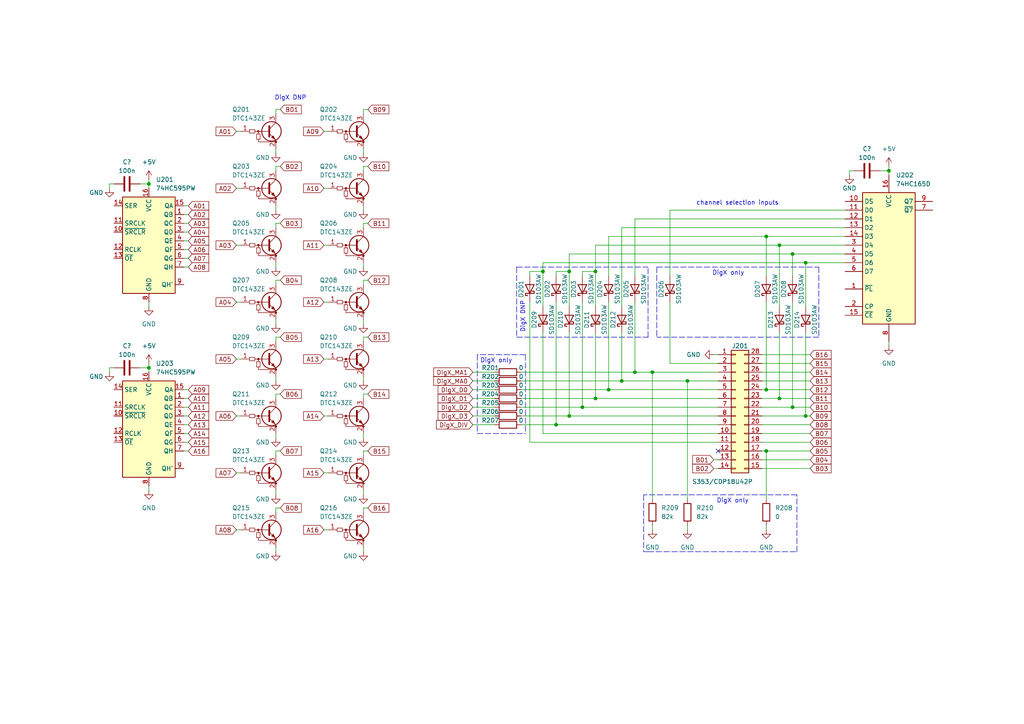
<source format=kicad_sch>
(kicad_sch (version 20211123) (generator eeschema)
  (paper "A4")
  (lib_symbols
    (symbol "74xx:74HC165"
      (property "Reference" "U" (at -7.62 19.05 0))
      (property "Value" "74HC165" (at -7.62 -21.59 0))
      (symbol "74HC165_1_0"
        (pin input line (at -12.7 -10.16 0) (length 5.08) (name "~{PL}") (number "1"))
        (pin input line (at -12.7 15.24 0) (length 5.08) (name "DS") (number "10"))
        (pin input line (at -12.7 12.7 0) (length 5.08) (name "D0") (number "11"))
        (pin input line (at -12.7 10.16 0) (length 5.08) (name "D1") (number "12"))
        (pin input line (at -12.7 7.62 0) (length 5.08) (name "D2") (number "13"))
        (pin input line (at -12.7 5.08 0) (length 5.08) (name "D3") (number "14"))
        (pin input line (at -12.7 -17.78 0) (length 5.08) (name "~{CE}") (number "15"))
        (pin power_in line (at 0 22.86 270) (length 5.08) (name "VCC") (number "16"))
        (pin input line (at -12.7 -15.24 0) (length 5.08) (name "CP") (number "2"))
        (pin input line (at -12.7 2.54 0) (length 5.08) (name "D4") (number "3"))
        (pin input line (at -12.7 0 0) (length 5.08) (name "D5") (number "4"))
        (pin input line (at -12.7 -2.54 0) (length 5.08) (name "D6") (number "5"))
        (pin input line (at -12.7 -5.08 0) (length 5.08) (name "D7") (number "6"))
        (pin output line (at 12.7 12.7 180) (length 5.08) (name "~{Q7}") (number "7"))
        (pin power_in line (at 0 -25.4 90) (length 5.08) (name "GND") (number "8"))
        (pin output line (at 12.7 15.24 180) (length 5.08) (name "Q7") (number "9"))
      )
      (symbol "74HC165_1_1"
        (rectangle (start -7.62 17.78) (end 7.62 -20.32) (stroke (width 0.254)) (fill (type background)))
      )
    )
    (symbol "74xx:74HC595"
      (property "Reference" "U" (at -7.62 13.97 0))
      (property "Value" "74HC595" (at -7.62 -16.51 0))
      (symbol "74HC595_1_0"
        (pin tri_state line (at 10.16 7.62 180) (length 2.54) (name "QB") (number "1"))
        (pin input line (at -10.16 2.54 0) (length 2.54) (name "~{SRCLR}") (number "10"))
        (pin input line (at -10.16 5.08 0) (length 2.54) (name "SRCLK") (number "11"))
        (pin input line (at -10.16 -2.54 0) (length 2.54) (name "RCLK") (number "12"))
        (pin input line (at -10.16 -5.08 0) (length 2.54) (name "~{OE}") (number "13"))
        (pin input line (at -10.16 10.16 0) (length 2.54) (name "SER") (number "14"))
        (pin tri_state line (at 10.16 10.16 180) (length 2.54) (name "QA") (number "15"))
        (pin power_in line (at 0 15.24 270) (length 2.54) (name "VCC") (number "16"))
        (pin tri_state line (at 10.16 5.08 180) (length 2.54) (name "QC") (number "2"))
        (pin tri_state line (at 10.16 2.54 180) (length 2.54) (name "QD") (number "3"))
        (pin tri_state line (at 10.16 0 180) (length 2.54) (name "QE") (number "4"))
        (pin tri_state line (at 10.16 -2.54 180) (length 2.54) (name "QF") (number "5"))
        (pin tri_state line (at 10.16 -5.08 180) (length 2.54) (name "QG") (number "6"))
        (pin tri_state line (at 10.16 -7.62 180) (length 2.54) (name "QH") (number "7"))
        (pin power_in line (at 0 -17.78 90) (length 2.54) (name "GND") (number "8"))
        (pin output line (at 10.16 -12.7 180) (length 2.54) (name "QH'") (number "9"))
      )
      (symbol "74HC595_1_1"
        (rectangle (start -7.62 12.7) (end 7.62 -15.24) (stroke (width 0.254)) (fill (type background)))
      )
    )
    (symbol "Connector_Generic:Conn_02x14_Counter_Clockwise" (pin_names (offset 1.016) hide)
      (property "Reference" "J" (at 1.27 17.78 0))
      (property "Value" "Conn_02x14_Counter_Clockwise" (at 1.27 -20.32 0))
      (symbol "Conn_02x14_Counter_Clockwise_1_1"
        (rectangle (start -1.27 -17.653) (end 0 -17.907) (stroke (width 0.1524)))
        (rectangle (start -1.27 -15.113) (end 0 -15.367) (stroke (width 0.1524)))
        (rectangle (start -1.27 -12.573) (end 0 -12.827) (stroke (width 0.1524)))
        (rectangle (start -1.27 -10.033) (end 0 -10.287) (stroke (width 0.1524)))
        (rectangle (start -1.27 -7.493) (end 0 -7.747) (stroke (width 0.1524)))
        (rectangle (start -1.27 -4.953) (end 0 -5.207) (stroke (width 0.1524)))
        (rectangle (start -1.27 -2.413) (end 0 -2.667) (stroke (width 0.1524)))
        (rectangle (start -1.27 0.127) (end 0 -0.127) (stroke (width 0.1524)))
        (rectangle (start -1.27 2.667) (end 0 2.413) (stroke (width 0.1524)))
        (rectangle (start -1.27 5.207) (end 0 4.953) (stroke (width 0.1524)))
        (rectangle (start -1.27 7.747) (end 0 7.493) (stroke (width 0.1524)))
        (rectangle (start -1.27 10.287) (end 0 10.033) (stroke (width 0.1524)))
        (rectangle (start -1.27 12.827) (end 0 12.573) (stroke (width 0.1524)))
        (rectangle (start -1.27 15.367) (end 0 15.113) (stroke (width 0.1524)))
        (rectangle (start -1.27 16.51) (end 3.81 -19.05) (stroke (width 0.254)) (fill (type background)))
        (rectangle (start 3.81 -17.653) (end 2.54 -17.907) (stroke (width 0.1524)))
        (rectangle (start 3.81 -15.113) (end 2.54 -15.367) (stroke (width 0.1524)))
        (rectangle (start 3.81 -12.573) (end 2.54 -12.827) (stroke (width 0.1524)))
        (rectangle (start 3.81 -10.033) (end 2.54 -10.287) (stroke (width 0.1524)))
        (rectangle (start 3.81 -7.493) (end 2.54 -7.747) (stroke (width 0.1524)))
        (rectangle (start 3.81 -4.953) (end 2.54 -5.207) (stroke (width 0.1524)))
        (rectangle (start 3.81 -2.413) (end 2.54 -2.667) (stroke (width 0.1524)))
        (rectangle (start 3.81 0.127) (end 2.54 -0.127) (stroke (width 0.1524)))
        (rectangle (start 3.81 2.667) (end 2.54 2.413) (stroke (width 0.1524)))
        (rectangle (start 3.81 5.207) (end 2.54 4.953) (stroke (width 0.1524)))
        (rectangle (start 3.81 7.747) (end 2.54 7.493) (stroke (width 0.1524)))
        (rectangle (start 3.81 10.287) (end 2.54 10.033) (stroke (width 0.1524)))
        (rectangle (start 3.81 12.827) (end 2.54 12.573) (stroke (width 0.1524)))
        (rectangle (start 3.81 15.367) (end 2.54 15.113) (stroke (width 0.1524)))
        (pin passive line (at -5.08 15.24 0) (length 3.81) (name "Pin_1") (number "1"))
        (pin passive line (at -5.08 -7.62 0) (length 3.81) (name "Pin_10") (number "10"))
        (pin passive line (at -5.08 -10.16 0) (length 3.81) (name "Pin_11") (number "11"))
        (pin passive line (at -5.08 -12.7 0) (length 3.81) (name "Pin_12") (number "12"))
        (pin passive line (at -5.08 -15.24 0) (length 3.81) (name "Pin_13") (number "13"))
        (pin passive line (at -5.08 -17.78 0) (length 3.81) (name "Pin_14") (number "14"))
        (pin passive line (at 7.62 -17.78 180) (length 3.81) (name "Pin_15") (number "15"))
        (pin passive line (at 7.62 -15.24 180) (length 3.81) (name "Pin_16") (number "16"))
        (pin passive line (at 7.62 -12.7 180) (length 3.81) (name "Pin_17") (number "17"))
        (pin passive line (at 7.62 -10.16 180) (length 3.81) (name "Pin_18") (number "18"))
        (pin passive line (at 7.62 -7.62 180) (length 3.81) (name "Pin_19") (number "19"))
        (pin passive line (at -5.08 12.7 0) (length 3.81) (name "Pin_2") (number "2"))
        (pin passive line (at 7.62 -5.08 180) (length 3.81) (name "Pin_20") (number "20"))
        (pin passive line (at 7.62 -2.54 180) (length 3.81) (name "Pin_21") (number "21"))
        (pin passive line (at 7.62 0 180) (length 3.81) (name "Pin_22") (number "22"))
        (pin passive line (at 7.62 2.54 180) (length 3.81) (name "Pin_23") (number "23"))
        (pin passive line (at 7.62 5.08 180) (length 3.81) (name "Pin_24") (number "24"))
        (pin passive line (at 7.62 7.62 180) (length 3.81) (name "Pin_25") (number "25"))
        (pin passive line (at 7.62 10.16 180) (length 3.81) (name "Pin_26") (number "26"))
        (pin passive line (at 7.62 12.7 180) (length 3.81) (name "Pin_27") (number "27"))
        (pin passive line (at 7.62 15.24 180) (length 3.81) (name "Pin_28") (number "28"))
        (pin passive line (at -5.08 10.16 0) (length 3.81) (name "Pin_3") (number "3"))
        (pin passive line (at -5.08 7.62 0) (length 3.81) (name "Pin_4") (number "4"))
        (pin passive line (at -5.08 5.08 0) (length 3.81) (name "Pin_5") (number "5"))
        (pin passive line (at -5.08 2.54 0) (length 3.81) (name "Pin_6") (number "6"))
        (pin passive line (at -5.08 0 0) (length 3.81) (name "Pin_7") (number "7"))
        (pin passive line (at -5.08 -2.54 0) (length 3.81) (name "Pin_8") (number "8"))
        (pin passive line (at -5.08 -5.08 0) (length 3.81) (name "Pin_9") (number "9"))
      )
    )
    (symbol "Device:C" (pin_numbers hide) (pin_names (offset 0.254))
      (property "Reference" "C" (at 0.635 2.54 0))
      (property "Value" "C" (at 0.635 -2.54 0))
      (symbol "C_0_1"
        (polyline (pts (xy -2.032 -0.762) (xy 2.032 -0.762)) (stroke (width 0.508)))
        (polyline (pts (xy -2.032 0.762) (xy 2.032 0.762)) (stroke (width 0.508)))
      )
      (symbol "C_1_1"
        (pin passive line (at 0 3.81 270) (length 2.794) (name "~") (number "1"))
        (pin passive line (at 0 -3.81 90) (length 2.794) (name "~") (number "2"))
      )
    )
    (symbol "Device:D_Schottky" (pin_numbers hide) (pin_names (offset 1.016) hide)
      (property "Reference" "D" (at 0 2.54 0))
      (property "Value" "D_Schottky" (at 0 -2.54 0))
      (symbol "D_Schottky_0_1"
        (polyline (pts (xy 1.27 0) (xy -1.27 0)))
        (polyline (pts (xy 1.27 1.27) (xy 1.27 -1.27) (xy -1.27 0) (xy 1.27 1.27)) (stroke (width 0.254)))
        (polyline (pts (xy -1.905 0.635) (xy -1.905 1.27) (xy -1.27 1.27) (xy -1.27 -1.27) (xy -0.635 -1.27) (xy -0.635 -0.635)) (stroke (width 0.254)))
      )
      (symbol "D_Schottky_1_1"
        (pin passive line (at -3.81 0 0) (length 2.54) (name "K") (number "1"))
        (pin passive line (at 3.81 0 180) (length 2.54) (name "A") (number "2"))
      )
    )
    (symbol "Device:Q_NPN_BEC_BRT" (pin_names hide)
      (property "Reference" "Q" (at 3.81 1.27 0))
      (property "Value" "Q_NPN_BEC_BRT" (at 3.81 -1.27 0))
      (symbol "Q_NPN_BEC_BRT_0_1"
        (rectangle (start -6.35 0.508) (end -4.826 -0.508))
        (rectangle (start -4.318 -2.286) (end -3.302 -0.762))
        (circle (center -3.81 0) (radius 0.254) (fill (type outline)))
        (polyline (pts (xy -3.81 -0.762) (xy -3.81 0)))
        (polyline (pts (xy -0.762 0) (xy -4.826 0)))
        (polyline (pts (xy -0.635 1.524) (xy -0.635 -1.524)) (stroke (width 0.508)))
        (polyline (pts (xy -3.81 -2.286) (xy -3.81 -3.048) (xy 1.27 -3.048)))
        (circle (center 1.27 -3.048) (radius 0.254) (fill (type outline)))
      )
      (symbol "Q_NPN_BEC_BRT_1_1"
        (polyline (pts (xy -0.635 0.635) (xy 1.27 2.54)))
        (polyline (pts (xy -0.635 -0.635) (xy 1.27 -2.54) (xy 1.27 -2.54)))
        (polyline (pts (xy 0 -1.778) (xy 0.508 -1.27) (xy 1.016 -2.286) (xy 0 -1.778) (xy 0 -1.778)) (fill (type outline)))
        (circle (center 0 0) (radius 2.8194) (stroke (width 0.254)))
        (pin input line (at -8.89 0 0) (length 2.54) (name "B") (number "1"))
        (pin passive line (at 1.27 -5.08 90) (length 2.54) (name "E") (number "2"))
        (pin passive line (at 1.27 5.08 270) (length 2.54) (name "C") (number "3"))
      )
    )
    (symbol "Device:R" (pin_numbers hide) (pin_names (offset 0))
      (property "Reference" "R" (at 2.032 0 90))
      (property "Value" "R" (at 0 0 90))
      (symbol "R_0_1"
        (rectangle (start -1.016 -2.54) (end 1.016 2.54) (stroke (width 0.254)))
      )
      (symbol "R_1_1"
        (pin passive line (at 0 3.81 270) (length 1.27) (name "~") (number "1"))
        (pin passive line (at 0 -3.81 90) (length 1.27) (name "~") (number "2"))
      )
    )
    (symbol "power:+5V" (power) (pin_names (offset 0))
      (property "Value" "+5V" (at 0 3.556 0))
      (symbol "+5V_0_1"
        (polyline (pts (xy -0.762 1.27) (xy 0 2.54)))
        (polyline (pts (xy 0 0) (xy 0 2.54)))
        (polyline (pts (xy 0 2.54) (xy 0.762 1.27)))
      )
      (symbol "+5V_1_1"
        (pin power_in line (at 0 0 90) (length 0) hide (name "+5V") (number "1"))
      )
    )
    (symbol "power:GND" (power) (pin_names (offset 0))
      (property "Value" "GND" (at 0 -3.81 0))
      (symbol "GND_0_1"
        (polyline (pts (xy 0 0) (xy 0 -1.27) (xy 1.27 -1.27) (xy 0 -2.54) (xy -1.27 -1.27) (xy 0 -1.27)))
      )
      (symbol "GND_1_1"
        (pin power_in line (at 0 0 270) (length 0) hide (name "GND") (number "1"))
      )
    )
  )
  (junction (at 157.48 78.74))
  (junction (at 184.15 107.95))
  (junction (at 199.39 110.49))
  (junction (at 222.25 130.81))
  (junction (at 233.68 76.2))
  (junction (at 233.68 120.65))
  (junction (at 226.06 115.57))
  (junction (at 165.1 78.74))
  (junction (at 172.72 115.57))
  (junction (at 229.87 73.66))
  (junction (at 229.87 118.11))
  (junction (at 43.18 106.68))
  (junction (at 226.06 71.12))
  (junction (at 43.18 53.34))
  (junction (at 172.72 78.74))
  (junction (at 222.25 68.58))
  (junction (at 168.91 118.11))
  (junction (at 161.29 123.19))
  (junction (at 165.1 120.65))
  (junction (at 180.34 110.49))
  (junction (at 222.25 113.03))
  (junction (at 257.81 49.53))
  (junction (at 176.53 113.03))
  (junction (at 189.23 107.95))
  (no_connect (at 208.28 130.81))
  (wire (pts (xy 226.06 115.57) (xy 234.95 115.57)))
  (wire (pts (xy 233.68 120.65) (xy 233.68 96.52)))
  (polyline (pts (xy 149.86 97.79) (xy 187.96 97.79)))
  (wire (pts (xy 151.13 107.95) (xy 184.15 107.95)))
  (polyline (pts (xy 231.14 160.02) (xy 231.14 143.51)))
  (wire (pts (xy 255.27 49.53) (xy 257.81 49.53)))
  (wire (pts (xy 40.64 53.34) (xy 43.18 53.34)))
  (wire (pts (xy 165.1 73.66) (xy 229.87 73.66)))
  (wire (pts (xy 165.1 96.52) (xy 165.1 120.65)))
  (wire (pts (xy 81.28 31.75) (xy 80.01 31.75)))
  (polyline (pts (xy 152.4 102.87) (xy 138.43 102.87)))
  (wire (pts (xy 105.41 130.81) (xy 105.41 132.08)))
  (polyline (pts (xy 186.69 143.51) (xy 186.69 160.02)))
  (wire (pts (xy 54.61 77.47) (xy 53.34 77.47)))
  (wire (pts (xy 180.34 110.49) (xy 199.39 110.49)))
  (wire (pts (xy 137.16 115.57) (xy 143.51 115.57)))
  (wire (pts (xy 233.68 76.2) (xy 233.68 88.9)))
  (wire (pts (xy 54.61 62.23) (xy 53.34 62.23)))
  (wire (pts (xy 93.98 104.14) (xy 95.25 104.14)))
  (wire (pts (xy 93.98 153.67) (xy 95.25 153.67)))
  (wire (pts (xy 105.41 43.18) (xy 105.41 44.45)))
  (wire (pts (xy 168.91 80.01) (xy 168.91 78.74)))
  (wire (pts (xy 81.28 81.28) (xy 80.01 81.28)))
  (wire (pts (xy 43.18 105.41) (xy 43.18 106.68)))
  (wire (pts (xy 43.18 106.68) (xy 43.18 107.95)))
  (wire (pts (xy 172.72 78.74) (xy 172.72 88.9)))
  (wire (pts (xy 54.61 74.93) (xy 53.34 74.93)))
  (wire (pts (xy 151.13 110.49) (xy 180.34 110.49)))
  (wire (pts (xy 176.53 87.63) (xy 176.53 113.03)))
  (wire (pts (xy 81.28 114.3) (xy 80.01 114.3)))
  (wire (pts (xy 176.53 68.58) (xy 176.53 80.01)))
  (wire (pts (xy 54.61 128.27) (xy 53.34 128.27)))
  (polyline (pts (xy 187.96 97.79) (xy 187.96 77.47)))
  (wire (pts (xy 54.61 115.57) (xy 53.34 115.57)))
  (wire (pts (xy 68.58 153.67) (xy 69.85 153.67)))
  (wire (pts (xy 220.98 110.49) (xy 234.95 110.49)))
  (wire (pts (xy 54.61 113.03) (xy 53.34 113.03)))
  (polyline (pts (xy 190.5 77.47) (xy 237.49 77.47)))
  (wire (pts (xy 172.72 115.57) (xy 208.28 115.57)))
  (wire (pts (xy 207.01 133.35) (xy 208.28 133.35)))
  (wire (pts (xy 81.28 130.81) (xy 80.01 130.81)))
  (wire (pts (xy 93.98 71.12) (xy 95.25 71.12)))
  (wire (pts (xy 106.68 64.77) (xy 105.41 64.77)))
  (wire (pts (xy 168.91 118.11) (xy 208.28 118.11)))
  (wire (pts (xy 220.98 105.41) (xy 234.95 105.41)))
  (wire (pts (xy 106.68 97.79) (xy 105.41 97.79)))
  (wire (pts (xy 153.67 78.74) (xy 153.67 80.01)))
  (wire (pts (xy 222.25 152.4) (xy 222.25 153.67)))
  (wire (pts (xy 54.61 123.19) (xy 53.34 123.19)))
  (wire (pts (xy 43.18 53.34) (xy 43.18 54.61)))
  (wire (pts (xy 180.34 66.04) (xy 180.34 88.9)))
  (wire (pts (xy 151.1251 123.19) (xy 161.29 123.19)))
  (wire (pts (xy 106.68 48.26) (xy 105.41 48.26)))
  (wire (pts (xy 106.68 81.28) (xy 105.41 81.28)))
  (wire (pts (xy 229.87 73.66) (xy 229.87 80.01)))
  (wire (pts (xy 105.41 81.28) (xy 105.41 82.55)))
  (wire (pts (xy 105.41 158.75) (xy 105.41 160.02)))
  (wire (pts (xy 106.68 31.75) (xy 105.41 31.75)))
  (wire (pts (xy 172.72 96.52) (xy 172.72 115.57)))
  (wire (pts (xy 105.41 64.77) (xy 105.41 66.04)))
  (wire (pts (xy 105.41 48.26) (xy 105.41 49.53)))
  (wire (pts (xy 33.02 53.34) (xy 31.75 53.34)))
  (wire (pts (xy 43.18 87.63) (xy 43.18 88.9)))
  (polyline (pts (xy 190.5 77.47) (xy 190.5 97.79)))
  (wire (pts (xy 105.41 114.3) (xy 105.41 115.57)))
  (wire (pts (xy 137.16 118.11) (xy 143.51 118.11)))
  (wire (pts (xy 184.15 63.5) (xy 184.15 80.01)))
  (wire (pts (xy 245.11 73.66) (xy 229.87 73.66)))
  (wire (pts (xy 245.11 71.12) (xy 226.06 71.12)))
  (wire (pts (xy 54.61 125.73) (xy 53.34 125.73)))
  (wire (pts (xy 31.75 106.68) (xy 31.75 107.95)))
  (wire (pts (xy 245.11 76.2) (xy 233.68 76.2)))
  (wire (pts (xy 40.64 106.68) (xy 43.18 106.68)))
  (wire (pts (xy 247.65 49.53) (xy 246.38 49.53)))
  (wire (pts (xy 184.15 63.5) (xy 245.11 63.5)))
  (wire (pts (xy 222.25 130.81) (xy 222.25 144.78)))
  (wire (pts (xy 157.48 125.73) (xy 208.28 125.73)))
  (wire (pts (xy 80.01 81.28) (xy 80.01 82.55)))
  (wire (pts (xy 229.87 118.11) (xy 234.95 118.11)))
  (wire (pts (xy 157.48 96.52) (xy 157.48 125.73)))
  (wire (pts (xy 151.13 115.57) (xy 172.72 115.57)))
  (wire (pts (xy 222.25 113.03) (xy 234.95 113.03)))
  (polyline (pts (xy 149.86 77.47) (xy 149.86 97.79)))
  (wire (pts (xy 199.39 152.4) (xy 199.39 153.67)))
  (wire (pts (xy 257.81 48.26) (xy 257.81 49.53)))
  (wire (pts (xy 220.98 118.11) (xy 229.87 118.11)))
  (wire (pts (xy 220.98 130.81) (xy 222.25 130.81)))
  (wire (pts (xy 207.01 135.89) (xy 208.28 135.89)))
  (wire (pts (xy 105.41 109.22) (xy 105.41 110.49)))
  (wire (pts (xy 222.25 130.81) (xy 234.95 130.81)))
  (wire (pts (xy 226.06 115.57) (xy 226.06 96.52)))
  (wire (pts (xy 54.61 69.85) (xy 53.34 69.85)))
  (wire (pts (xy 245.11 68.58) (xy 222.25 68.58)))
  (wire (pts (xy 165.1 120.65) (xy 208.28 120.65)))
  (wire (pts (xy 151.13 118.11) (xy 168.91 118.11)))
  (wire (pts (xy 184.15 107.95) (xy 184.15 87.63)))
  (wire (pts (xy 180.34 66.04) (xy 245.11 66.04)))
  (wire (pts (xy 54.61 64.77) (xy 53.34 64.77)))
  (wire (pts (xy 151.1251 120.65) (xy 165.1 120.65)))
  (wire (pts (xy 80.01 92.71) (xy 80.01 93.98)))
  (wire (pts (xy 68.58 137.16) (xy 69.85 137.16)))
  (polyline (pts (xy 138.43 102.87) (xy 138.43 125.73)))
  (wire (pts (xy 80.01 130.81) (xy 80.01 132.08)))
  (wire (pts (xy 172.72 71.12) (xy 172.72 78.74)))
  (wire (pts (xy 157.48 78.74) (xy 153.67 78.74)))
  (wire (pts (xy 220.98 115.57) (xy 226.06 115.57)))
  (wire (pts (xy 54.61 67.31) (xy 53.34 67.31)))
  (wire (pts (xy 137.16 107.95) (xy 143.51 107.95)))
  (wire (pts (xy 176.53 113.03) (xy 208.28 113.03)))
  (wire (pts (xy 207.01 102.87) (xy 208.28 102.87)))
  (wire (pts (xy 33.02 106.68) (xy 31.75 106.68)))
  (wire (pts (xy 68.58 54.61) (xy 69.85 54.61)))
  (wire (pts (xy 194.31 60.96) (xy 194.31 80.01)))
  (wire (pts (xy 54.61 59.69) (xy 53.34 59.69)))
  (wire (pts (xy 68.58 104.14) (xy 69.85 104.14)))
  (polyline (pts (xy 149.86 77.47) (xy 187.96 77.47)))
  (wire (pts (xy 199.39 110.49) (xy 208.28 110.49)))
  (wire (pts (xy 80.01 64.77) (xy 80.01 66.04)))
  (wire (pts (xy 93.98 38.1) (xy 95.25 38.1)))
  (wire (pts (xy 80.01 97.79) (xy 80.01 99.06)))
  (wire (pts (xy 68.58 87.63) (xy 69.85 87.63)))
  (polyline (pts (xy 237.49 97.79) (xy 190.5 97.79)))
  (polyline (pts (xy 237.49 77.47) (xy 237.49 97.79)))
  (wire (pts (xy 80.01 114.3) (xy 80.01 115.57)))
  (wire (pts (xy 106.68 114.3) (xy 105.41 114.3)))
  (wire (pts (xy 189.23 107.95) (xy 208.28 107.95)))
  (wire (pts (xy 80.01 31.75) (xy 80.01 33.02)))
  (wire (pts (xy 68.58 120.65) (xy 69.85 120.65)))
  (wire (pts (xy 161.29 78.74) (xy 165.1 78.74)))
  (wire (pts (xy 176.53 68.58) (xy 222.25 68.58)))
  (wire (pts (xy 137.16 120.65) (xy 143.5051 120.65)))
  (wire (pts (xy 184.15 107.95) (xy 189.23 107.95)))
  (polyline (pts (xy 186.69 160.02) (xy 187.96 160.02)))
  (wire (pts (xy 220.98 128.27) (xy 234.95 128.27)))
  (wire (pts (xy 220.98 135.89) (xy 234.95 135.89)))
  (polyline (pts (xy 152.4 102.87) (xy 152.4 125.73)))
  (wire (pts (xy 199.39 110.49) (xy 199.39 144.78)))
  (wire (pts (xy 153.67 128.27) (xy 153.67 87.63)))
  (wire (pts (xy 31.75 53.34) (xy 31.75 54.61)))
  (wire (pts (xy 81.28 97.79) (xy 80.01 97.79)))
  (wire (pts (xy 105.41 59.69) (xy 105.41 60.96)))
  (wire (pts (xy 106.68 147.32) (xy 105.41 147.32)))
  (wire (pts (xy 257.81 49.53) (xy 257.81 50.8)))
  (wire (pts (xy 80.01 142.24) (xy 80.01 143.51)))
  (wire (pts (xy 194.31 105.41) (xy 194.31 87.63)))
  (wire (pts (xy 161.29 80.01) (xy 161.29 78.74)))
  (wire (pts (xy 54.61 120.65) (xy 53.34 120.65)))
  (wire (pts (xy 80.01 59.69) (xy 80.01 60.96)))
  (wire (pts (xy 80.01 48.26) (xy 80.01 49.53)))
  (wire (pts (xy 222.25 68.58) (xy 222.25 80.01)))
  (wire (pts (xy 157.48 88.9) (xy 157.48 78.74)))
  (wire (pts (xy 105.41 31.75) (xy 105.41 33.02)))
  (wire (pts (xy 80.01 125.73) (xy 80.01 127)))
  (wire (pts (xy 157.48 76.2) (xy 233.68 76.2)))
  (wire (pts (xy 81.28 64.77) (xy 80.01 64.77)))
  (wire (pts (xy 93.98 54.61) (xy 95.25 54.61)))
  (wire (pts (xy 80.01 109.22) (xy 80.01 110.49)))
  (wire (pts (xy 68.58 38.1) (xy 69.85 38.1)))
  (wire (pts (xy 168.91 87.63) (xy 168.91 118.11)))
  (wire (pts (xy 233.68 120.65) (xy 234.95 120.65)))
  (wire (pts (xy 106.68 130.81) (xy 105.41 130.81)))
  (wire (pts (xy 222.25 113.03) (xy 222.25 87.63)))
  (wire (pts (xy 54.61 118.11) (xy 53.34 118.11)))
  (wire (pts (xy 220.98 120.65) (xy 233.68 120.65)))
  (wire (pts (xy 81.28 48.26) (xy 80.01 48.26)))
  (wire (pts (xy 137.16 110.49) (xy 143.51 110.49)))
  (polyline (pts (xy 138.43 125.73) (xy 152.4 125.73)))
  (wire (pts (xy 172.72 71.12) (xy 226.06 71.12)))
  (wire (pts (xy 257.81 99.06) (xy 257.81 100.33)))
  (wire (pts (xy 105.41 142.24) (xy 105.41 143.51)))
  (polyline (pts (xy 187.96 160.02) (xy 231.14 160.02)))
  (polyline (pts (xy 231.14 143.51) (xy 186.69 143.51)))
  (wire (pts (xy 161.29 87.63) (xy 161.29 123.19)))
  (wire (pts (xy 93.98 87.63) (xy 95.25 87.63)))
  (wire (pts (xy 226.06 71.12) (xy 226.06 88.9)))
  (wire (pts (xy 54.61 72.39) (xy 53.34 72.39)))
  (wire (pts (xy 81.28 147.32) (xy 80.01 147.32)))
  (wire (pts (xy 137.16 113.03) (xy 143.51 113.03)))
  (wire (pts (xy 105.41 125.73) (xy 105.41 127)))
  (wire (pts (xy 105.41 76.2) (xy 105.41 77.47)))
  (wire (pts (xy 151.13 113.03) (xy 176.53 113.03)))
  (wire (pts (xy 54.61 130.81) (xy 53.34 130.81)))
  (wire (pts (xy 168.91 78.74) (xy 172.72 78.74)))
  (wire (pts (xy 105.41 92.71) (xy 105.41 93.98)))
  (wire (pts (xy 180.34 96.52) (xy 180.34 110.49)))
  (wire (pts (xy 105.41 147.32) (xy 105.41 148.59)))
  (wire (pts (xy 220.98 113.03) (xy 222.25 113.03)))
  (wire (pts (xy 105.41 97.79) (xy 105.41 99.06)))
  (wire (pts (xy 208.28 105.41) (xy 194.31 105.41)))
  (wire (pts (xy 229.87 118.11) (xy 229.87 87.63)))
  (wire (pts (xy 189.23 152.4) (xy 189.23 153.67)))
  (wire (pts (xy 189.23 107.95) (xy 189.23 144.78)))
  (wire (pts (xy 165.1 73.66) (xy 165.1 78.74)))
  (wire (pts (xy 220.98 123.19) (xy 234.95 123.19)))
  (wire (pts (xy 93.98 120.65) (xy 95.25 120.65)))
  (wire (pts (xy 165.1 78.74) (xy 165.1 88.9)))
  (wire (pts (xy 153.67 128.27) (xy 208.28 128.27)))
  (wire (pts (xy 157.48 76.2) (xy 157.48 78.74)))
  (wire (pts (xy 246.38 49.53) (xy 246.38 50.8)))
  (wire (pts (xy 43.18 140.97) (xy 43.18 142.24)))
  (wire (pts (xy 80.01 43.18) (xy 80.01 44.45)))
  (wire (pts (xy 161.29 123.19) (xy 208.28 123.19)))
  (wire (pts (xy 80.01 76.2) (xy 80.01 77.47)))
  (wire (pts (xy 80.01 147.32) (xy 80.01 148.59)))
  (wire (pts (xy 220.98 125.73) (xy 234.95 125.73)))
  (wire (pts (xy 80.01 158.75) (xy 80.01 160.02)))
  (wire (pts (xy 93.98 137.16) (xy 95.25 137.16)))
  (wire (pts (xy 220.98 107.95) (xy 234.95 107.95)))
  (wire (pts (xy 220.98 102.87) (xy 234.95 102.87)))
  (wire (pts (xy 68.58 71.12) (xy 69.85 71.12)))
  (wire (pts (xy 194.31 60.96) (xy 245.11 60.96)))
  (wire (pts (xy 220.98 133.35) (xy 234.95 133.35)))
  (wire (pts (xy 43.18 52.07) (xy 43.18 53.34)))
  (wire (pts (xy 137.16 123.19) (xy 143.5051 123.19)))
  (text "DigX only" (at 215.9 80.01 180) (effects (font (size 1.27 1.27)) (justify right bottom)))
  (text "DigX DNP" (at 88.9 29.21 180) (effects (font (size 1.27 1.27)) (justify right bottom)))
  (text "DigX only" (at 148.59 105.41 180) (effects (font (size 1.27 1.27)) (justify right bottom)))
  (text "DigX only" (at 217.17 146.05 180) (effects (font (size 1.27 1.27)) (justify right bottom)))
  (text "DigX DNP" (at 152.4 96.52 90) (effects (font (size 1.27 1.27)) (justify left bottom)))
  (text "channel selection inputs" (at 201.93 59.69 0) (effects (font (size 1.27 1.27)) (justify left bottom)))
  (global_label "B12" (shape input) (at 234.95 113.03 0) (property "Intersheet References" "${INTERSHEET_REFS}" (effects hide)))
  (global_label "A07" (shape input) (at 54.61 74.93 0) (property "Intersheet References" "${INTERSHEET_REFS}" (effects hide)))
  (global_label "DigX_D1" (shape input) (at 137.16 115.57 180) (property "Intersheet References" "${INTERSHEET_REFS}" (effects hide)))
  (global_label "B07" (shape input) (at 234.95 125.73 0) (property "Intersheet References" "${INTERSHEET_REFS}" (effects hide)))
  (global_label "B07" (shape input) (at 81.28 130.81 0) (property "Intersheet References" "${INTERSHEET_REFS}" (effects hide)))
  (global_label "B13" (shape input) (at 234.95 110.49 0) (property "Intersheet References" "${INTERSHEET_REFS}" (effects hide)))
  (global_label "DigX_D2" (shape input) (at 137.16 118.11 180) (property "Intersheet References" "${INTERSHEET_REFS}" (effects hide)))
  (global_label "B16" (shape input) (at 106.68 147.32 0) (property "Intersheet References" "${INTERSHEET_REFS}" (effects hide)))
  (global_label "B14" (shape input) (at 234.95 107.95 0) (property "Intersheet References" "${INTERSHEET_REFS}" (effects hide)))
  (global_label "A07" (shape input) (at 68.58 137.16 180) (property "Intersheet References" "${INTERSHEET_REFS}" (effects hide)))
  (global_label "A05" (shape input) (at 54.61 69.85 0) (property "Intersheet References" "${INTERSHEET_REFS}" (effects hide)))
  (global_label "B11" (shape input) (at 106.68 64.77 0) (property "Intersheet References" "${INTERSHEET_REFS}" (effects hide)))
  (global_label "B12" (shape input) (at 106.68 81.28 0) (property "Intersheet References" "${INTERSHEET_REFS}" (effects hide)))
  (global_label "A08" (shape input) (at 68.58 153.67 180) (property "Intersheet References" "${INTERSHEET_REFS}" (effects hide)))
  (global_label "A12" (shape input) (at 54.61 120.65 0) (property "Intersheet References" "${INTERSHEET_REFS}" (effects hide)))
  (global_label "B03" (shape input) (at 81.28 64.77 0) (property "Intersheet References" "${INTERSHEET_REFS}" (effects hide)))
  (global_label "A03" (shape input) (at 54.61 64.77 0) (property "Intersheet References" "${INTERSHEET_REFS}" (effects hide)))
  (global_label "A14" (shape input) (at 54.61 125.73 0) (property "Intersheet References" "${INTERSHEET_REFS}" (effects hide)))
  (global_label "B11" (shape input) (at 234.95 115.57 0) (property "Intersheet References" "${INTERSHEET_REFS}" (effects hide)))
  (global_label "B02" (shape input) (at 81.28 48.26 0) (property "Intersheet References" "${INTERSHEET_REFS}" (effects hide)))
  (global_label "B10" (shape input) (at 234.95 118.11 0) (property "Intersheet References" "${INTERSHEET_REFS}" (effects hide)))
  (global_label "B10" (shape input) (at 106.68 48.26 0) (property "Intersheet References" "${INTERSHEET_REFS}" (effects hide)))
  (global_label "B08" (shape input) (at 81.28 147.32 0) (property "Intersheet References" "${INTERSHEET_REFS}" (effects hide)))
  (global_label "B13" (shape input) (at 106.68 97.79 0) (property "Intersheet References" "${INTERSHEET_REFS}" (effects hide)))
  (global_label "A06" (shape input) (at 54.61 72.39 0) (property "Intersheet References" "${INTERSHEET_REFS}" (effects hide)))
  (global_label "A08" (shape input) (at 54.61 77.47 0) (property "Intersheet References" "${INTERSHEET_REFS}" (effects hide)))
  (global_label "A10" (shape input) (at 54.61 115.57 0) (property "Intersheet References" "${INTERSHEET_REFS}" (effects hide)))
  (global_label "B06" (shape input) (at 81.28 114.3 0) (property "Intersheet References" "${INTERSHEET_REFS}" (effects hide)))
  (global_label "B01" (shape input) (at 207.01 133.35 180) (property "Intersheet References" "${INTERSHEET_REFS}" (effects hide)))
  (global_label "A06" (shape input) (at 68.58 120.65 180) (property "Intersheet References" "${INTERSHEET_REFS}" (effects hide)))
  (global_label "A12" (shape input) (at 93.98 87.63 180) (property "Intersheet References" "${INTERSHEET_REFS}" (effects hide)))
  (global_label "DigX_MA1" (shape input) (at 137.16 107.95 180) (property "Intersheet References" "${INTERSHEET_REFS}" (effects hide)))
  (global_label "B03" (shape input) (at 234.95 135.89 0) (property "Intersheet References" "${INTERSHEET_REFS}" (effects hide)))
  (global_label "A15" (shape input) (at 54.61 128.27 0) (property "Intersheet References" "${INTERSHEET_REFS}" (effects hide)))
  (global_label "A14" (shape input) (at 93.98 120.65 180) (property "Intersheet References" "${INTERSHEET_REFS}" (effects hide)))
  (global_label "DigX_D3" (shape input) (at 137.16 120.65 180) (property "Intersheet References" "${INTERSHEET_REFS}" (effects hide)))
  (global_label "B16" (shape input) (at 234.95 102.87 0) (property "Intersheet References" "${INTERSHEET_REFS}" (effects hide)))
  (global_label "B09" (shape input) (at 234.95 120.65 0) (property "Intersheet References" "${INTERSHEET_REFS}" (effects hide)))
  (global_label "A01" (shape input) (at 68.58 38.1 180) (property "Intersheet References" "${INTERSHEET_REFS}" (effects hide)))
  (global_label "A01" (shape input) (at 54.61 59.69 0) (property "Intersheet References" "${INTERSHEET_REFS}" (effects hide)))
  (global_label "B02" (shape input) (at 207.01 135.89 180) (property "Intersheet References" "${INTERSHEET_REFS}" (effects hide)))
  (global_label "A02" (shape input) (at 68.58 54.61 180) (property "Intersheet References" "${INTERSHEET_REFS}" (effects hide)))
  (global_label "A15" (shape input) (at 93.98 137.16 180) (property "Intersheet References" "${INTERSHEET_REFS}" (effects hide)))
  (global_label "B04" (shape input) (at 81.28 81.28 0) (property "Intersheet References" "${INTERSHEET_REFS}" (effects hide)))
  (global_label "B15" (shape input) (at 106.68 130.81 0) (property "Intersheet References" "${INTERSHEET_REFS}" (effects hide)))
  (global_label "B01" (shape input) (at 81.28 31.75 0) (property "Intersheet References" "${INTERSHEET_REFS}" (effects hide)))
  (global_label "A10" (shape input) (at 93.98 54.61 180) (property "Intersheet References" "${INTERSHEET_REFS}" (effects hide)))
  (global_label "A11" (shape input) (at 93.98 71.12 180) (property "Intersheet References" "${INTERSHEET_REFS}" (effects hide)))
  (global_label "DigX_D0" (shape input) (at 137.16 113.03 180) (property "Intersheet References" "${INTERSHEET_REFS}" (effects hide)))
  (global_label "A09" (shape input) (at 93.98 38.1 180) (property "Intersheet References" "${INTERSHEET_REFS}" (effects hide)))
  (global_label "DigX_MA0" (shape input) (at 137.16 110.49 180) (property "Intersheet References" "${INTERSHEET_REFS}" (effects hide)))
  (global_label "A16" (shape input) (at 93.98 153.67 180) (property "Intersheet References" "${INTERSHEET_REFS}" (effects hide)))
  (global_label "A13" (shape input) (at 54.61 123.19 0) (property "Intersheet References" "${INTERSHEET_REFS}" (effects hide)))
  (global_label "B09" (shape input) (at 106.68 31.75 0) (property "Intersheet References" "${INTERSHEET_REFS}" (effects hide)))
  (global_label "B08" (shape input) (at 234.95 123.19 0) (property "Intersheet References" "${INTERSHEET_REFS}" (effects hide)))
  (global_label "A11" (shape input) (at 54.61 118.11 0) (property "Intersheet References" "${INTERSHEET_REFS}" (effects hide)))
  (global_label "B05" (shape input) (at 81.28 97.79 0) (property "Intersheet References" "${INTERSHEET_REFS}" (effects hide)))
  (global_label "DigX_DIV" (shape input) (at 137.16 123.19 180) (property "Intersheet References" "${INTERSHEET_REFS}" (effects hide)))
  (global_label "A16" (shape input) (at 54.61 130.81 0) (property "Intersheet References" "${INTERSHEET_REFS}" (effects hide)))
  (global_label "A04" (shape input) (at 54.61 67.31 0) (property "Intersheet References" "${INTERSHEET_REFS}" (effects hide)))
  (global_label "B06" (shape input) (at 234.95 128.27 0) (property "Intersheet References" "${INTERSHEET_REFS}" (effects hide)))
  (global_label "A02" (shape input) (at 54.61 62.23 0) (property "Intersheet References" "${INTERSHEET_REFS}" (effects hide)))
  (global_label "A05" (shape input) (at 68.58 104.14 180) (property "Intersheet References" "${INTERSHEET_REFS}" (effects hide)))
  (global_label "B14" (shape input) (at 106.68 114.3 0) (property "Intersheet References" "${INTERSHEET_REFS}" (effects hide)))
  (global_label "A09" (shape input) (at 54.61 113.03 0) (property "Intersheet References" "${INTERSHEET_REFS}" (effects hide)))
  (global_label "A04" (shape input) (at 68.58 87.63 180) (property "Intersheet References" "${INTERSHEET_REFS}" (effects hide)))
  (global_label "A13" (shape input) (at 93.98 104.14 180) (property "Intersheet References" "${INTERSHEET_REFS}" (effects hide)))
  (global_label "B04" (shape input) (at 234.95 133.35 0) (property "Intersheet References" "${INTERSHEET_REFS}" (effects hide)))
  (global_label "B05" (shape input) (at 234.95 130.81 0) (property "Intersheet References" "${INTERSHEET_REFS}" (effects hide)))
  (global_label "B15" (shape input) (at 234.95 105.41 0) (property "Intersheet References" "${INTERSHEET_REFS}" (effects hide)))
  (global_label "A03" (shape input) (at 68.58 71.12 180) (property "Intersheet References" "${INTERSHEET_REFS}" (effects hide)))
  (symbol (lib_id "Device:R") (at 147.32 115.57 270) (unit 1)
    (property "Reference" "R204" (at 142.24 114.3 90))
    (property "Value" "0" (at 151.13 114.3 90))
  )
  (symbol (lib_id "Device:D_Schottky") (at 222.25 83.82 90) (unit 1)
    (property "Reference" "D207" (at 219.71 81.28 0) (effects (justify right)))
    (property "Value" "SD103AW" (at 224.79 83.82 0))
    (property "Datasheet" "https://datasheet.lcsc.com/lcsc/1809211428_Guangdong-Hottech-SD103AW_C181204.pdf" (effects hide))
    (property "LCSC" "C181204" (effects hide))
  )
  (symbol (lib_id "power:+5V") (at 43.18 105.41 0) (unit 1)
    (property "Reference" "#PWR0207" (effects hide))
    (property "Value" "+5V" (at 43.18 100.33 0))
  )
  (symbol (lib_id "74xx:74HC595") (at 43.18 69.85 0) (unit 1)
    (property "Reference" "U201" (at 45.1994 52.07 0) (effects (justify left)))
    (property "Value" "74HC595PW" (at 45.1994 54.61 0) (effects (justify left)))
    (property "Footprint" "Package_SO:TSSOP-16_4.4x5mm_P0.65mm" (effects hide))
    (property "Datasheet" "https://datasheet.lcsc.com/lcsc/1809181221_Nexperia-74HC595PW-118_C5948.pdf" (effects hide))
    (property "LCSC" "C5948" (effects hide))
  )
  (symbol (lib_id "Device:Q_NPN_BEC_BRT") (at 78.74 71.12 0) (unit 1)
    (property "Reference" "Q205" (at 67.31 64.77 0) (effects (justify left)))
    (property "Value" "DTC143ZE" (at 67.31 67.31 0) (effects (justify left)))
    (property "Footprint" "Package_TO_SOT_SMD:SOT-523" (effects hide))
    (property "Datasheet" "https://datasheet.lcsc.com/lcsc/1811071607_Tak-Cheong-DTC143ZE_C248787.pdf" (effects hide))
    (property "LCSC" "C248787" (effects hide))
  )
  (symbol (lib_id "Device:Q_NPN_BEC_BRT") (at 104.14 153.67 0) (unit 1)
    (property "Reference" "Q216" (at 92.71 147.32 0) (effects (justify left)))
    (property "Value" "DTC143ZE" (at 92.71 149.86 0) (effects (justify left)))
    (property "Footprint" "Package_TO_SOT_SMD:SOT-523" (effects hide))
    (property "Datasheet" "https://datasheet.lcsc.com/lcsc/1811071607_Tak-Cheong-DTC143ZE_C248787.pdf" (effects hide))
    (property "LCSC" "C248787" (effects hide))
  )
  (symbol (lib_id "Device:Q_NPN_BEC_BRT") (at 78.74 38.1 0) (unit 1)
    (property "Reference" "Q201" (at 67.31 31.75 0) (effects (justify left)))
    (property "Value" "DTC143ZE" (at 67.31 34.29 0) (effects (justify left)))
    (property "Footprint" "Package_TO_SOT_SMD:SOT-523" (effects hide))
    (property "Datasheet" "https://datasheet.lcsc.com/lcsc/1811071607_Tak-Cheong-DTC143ZE_C248787.pdf" (effects hide))
    (property "LCSC" "C248787" (effects hide))
  )
  (symbol (lib_id "Device:R") (at 199.39 148.59 0) (unit 1)
    (property "Reference" "R210" (at 201.93 147.3199 0) (effects (justify left)))
    (property "Value" "82k" (at 201.93 149.8599 0) (effects (justify left)))
  )
  (symbol (lib_id "Device:C") (at 36.83 106.68 90) (unit 1)
    (property "Reference" "C?" (at 36.83 100.33 90))
    (property "Value" "100n" (at 36.83 102.87 90))
    (property "Footprint" "Capacitor_SMD:C_0603_1608Metric" (effects hide))
  )
  (symbol (lib_id "power:GND") (at 31.75 107.95 0) (unit 1)
    (property "Reference" "#PWR?" (effects hide))
    (property "Value" "GND" (at 27.94 109.22 0))
  )
  (symbol (lib_id "power:GND") (at 80.01 110.49 0) (unit 1)
    (property "Reference" "#PWR0213" (effects hide))
    (property "Value" "GND" (at 76.2 111.76 0))
  )
  (symbol (lib_id "74xx:74HC595") (at 43.18 123.19 0) (unit 1)
    (property "Reference" "U203" (at 45.1994 105.41 0) (effects (justify left)))
    (property "Value" "74HC595PW" (at 45.1994 107.95 0) (effects (justify left)))
    (property "Footprint" "Package_SO:TSSOP-16_4.4x5mm_P0.65mm" (effects hide))
    (property "Datasheet" "https://datasheet.lcsc.com/lcsc/1809181221_Nexperia-74HC595PW-118_C5948.pdf" (effects hide))
    (property "LCSC" "C5948" (effects hide))
  )
  (symbol (lib_id "Device:Q_NPN_BEC_BRT") (at 104.14 120.65 0) (unit 1)
    (property "Reference" "Q212" (at 92.71 114.3 0) (effects (justify left)))
    (property "Value" "DTC143ZE" (at 92.71 116.84 0) (effects (justify left)))
    (property "Footprint" "Package_TO_SOT_SMD:SOT-523" (effects hide))
    (property "Datasheet" "https://datasheet.lcsc.com/lcsc/1811071607_Tak-Cheong-DTC143ZE_C248787.pdf" (effects hide))
    (property "LCSC" "C248787" (effects hide))
  )
  (symbol (lib_id "Device:C") (at 251.46 49.53 90) (unit 1)
    (property "Reference" "C?" (at 251.46 43.18 90))
    (property "Value" "100n" (at 251.46 45.72 90))
    (property "Footprint" "Capacitor_SMD:C_0603_1608Metric" (effects hide))
  )
  (symbol (lib_id "power:GND") (at 257.81 100.33 0) (unit 1)
    (property "Reference" "#PWR?" (effects hide))
    (property "Value" "GND" (at 257.81 105.41 0))
  )
  (symbol (lib_id "Device:R") (at 147.32 107.95 270) (unit 1)
    (property "Reference" "R201" (at 142.24 106.68 90))
    (property "Value" "0" (at 151.13 106.68 90))
  )
  (symbol (lib_id "Device:D_Schottky") (at 184.15 83.82 90) (unit 1)
    (property "Reference" "D205" (at 181.61 81.28 0) (effects (justify right)))
    (property "Value" "SD103AW" (at 186.69 83.82 0))
    (property "Datasheet" "https://datasheet.lcsc.com/lcsc/1809211428_Guangdong-Hottech-SD103AW_C181204.pdf" (effects hide))
    (property "LCSC" "C181204" (effects hide))
  )
  (symbol (lib_id "Device:D_Schottky") (at 229.87 83.82 90) (unit 1)
    (property "Reference" "D208" (at 227.33 81.28 0) (effects (justify right)))
    (property "Value" "SD103AW" (at 232.41 83.82 0))
    (property "Datasheet" "https://datasheet.lcsc.com/lcsc/1809211428_Guangdong-Hottech-SD103AW_C181204.pdf" (effects hide))
    (property "LCSC" "C181204" (effects hide))
  )
  (symbol (lib_id "Device:Q_NPN_BEC_BRT") (at 78.74 120.65 0) (unit 1)
    (property "Reference" "Q211" (at 67.31 114.3 0) (effects (justify left)))
    (property "Value" "DTC143ZE" (at 67.31 116.84 0) (effects (justify left)))
    (property "Footprint" "Package_TO_SOT_SMD:SOT-523" (effects hide))
    (property "Datasheet" "https://datasheet.lcsc.com/lcsc/1811071607_Tak-Cheong-DTC143ZE_C248787.pdf" (effects hide))
    (property "LCSC" "C248787" (effects hide))
  )
  (symbol (lib_id "power:GND") (at 31.75 54.61 0) (unit 1)
    (property "Reference" "#PWR?" (effects hide))
    (property "Value" "GND" (at 27.94 55.88 0))
  )
  (symbol (lib_id "Device:D_Schottky") (at 157.48 92.71 90) (unit 1)
    (property "Reference" "D209" (at 154.94 90.17 0) (effects (justify right)))
    (property "Value" "SD103AW" (at 160.02 92.71 0))
    (property "Datasheet" "https://datasheet.lcsc.com/lcsc/1809211428_Guangdong-Hottech-SD103AW_C181204.pdf" (effects hide))
    (property "LCSC" "C181204" (effects hide))
  )
  (symbol (lib_id "power:GND") (at 43.18 88.9 0) (unit 1)
    (property "Reference" "#PWR0204" (effects hide))
    (property "Value" "GND" (at 43.18 93.98 0))
  )
  (symbol (lib_id "Connector_Generic:Conn_02x14_Counter_Clockwise") (at 213.36 118.11 0) (unit 1)
    (property "Reference" "J201" (at 214.63 100.33 0))
    (property "Value" "S353/CDP18U42P" (at 209.55 139.7 0))
  )
  (symbol (lib_id "Device:Q_NPN_BEC_BRT") (at 104.14 137.16 0) (unit 1)
    (property "Reference" "Q214" (at 92.71 130.81 0) (effects (justify left)))
    (property "Value" "DTC143ZE" (at 92.71 133.35 0) (effects (justify left)))
    (property "Footprint" "Package_TO_SOT_SMD:SOT-523" (effects hide))
    (property "Datasheet" "https://datasheet.lcsc.com/lcsc/1811071607_Tak-Cheong-DTC143ZE_C248787.pdf" (effects hide))
    (property "LCSC" "C248787" (effects hide))
  )
  (symbol (lib_id "Device:Q_NPN_BEC_BRT") (at 78.74 137.16 0) (unit 1)
    (property "Reference" "Q213" (at 67.31 130.81 0) (effects (justify left)))
    (property "Value" "DTC143ZE" (at 67.31 133.35 0) (effects (justify left)))
    (property "Footprint" "Package_TO_SOT_SMD:SOT-523" (effects hide))
    (property "Datasheet" "https://datasheet.lcsc.com/lcsc/1811071607_Tak-Cheong-DTC143ZE_C248787.pdf" (effects hide))
    (property "LCSC" "C248787" (effects hide))
  )
  (symbol (lib_id "power:GND") (at 80.01 160.02 0) (unit 1)
    (property "Reference" "#PWR0221" (effects hide))
    (property "Value" "GND" (at 76.2 161.29 0))
  )
  (symbol (lib_id "Device:R") (at 147.32 110.49 270) (unit 1)
    (property "Reference" "R202" (at 142.24 109.22 90))
    (property "Value" "0" (at 151.13 109.22 90))
  )
  (symbol (lib_id "power:GND") (at 105.41 60.96 0) (unit 1)
    (property "Reference" "#PWR0206" (effects hide))
    (property "Value" "GND" (at 101.6 62.23 0))
  )
  (symbol (lib_id "Device:D_Schottky") (at 194.31 83.82 90) (unit 1)
    (property "Reference" "D206" (at 191.77 81.28 0) (effects (justify right)))
    (property "Value" "SD103AW" (at 196.85 83.82 0))
    (property "Datasheet" "https://datasheet.lcsc.com/lcsc/1809211428_Guangdong-Hottech-SD103AW_C181204.pdf" (effects hide))
    (property "LCSC" "C181204" (effects hide))
  )
  (symbol (lib_id "power:GND") (at 80.01 60.96 0) (unit 1)
    (property "Reference" "#PWR0205" (effects hide))
    (property "Value" "GND" (at 76.2 62.23 0))
  )
  (symbol (lib_id "power:GND") (at 105.41 93.98 0) (unit 1)
    (property "Reference" "#PWR0211" (effects hide))
    (property "Value" "GND" (at 101.6 95.25 0))
  )
  (symbol (lib_id "power:GND") (at 105.41 77.47 0) (unit 1)
    (property "Reference" "#PWR0209" (effects hide))
    (property "Value" "GND" (at 101.6 78.74 0))
  )
  (symbol (lib_id "power:GND") (at 105.41 110.49 0) (unit 1)
    (property "Reference" "#PWR0214" (effects hide))
    (property "Value" "GND" (at 101.6 111.76 0))
  )
  (symbol (lib_id "power:GND") (at 80.01 77.47 0) (unit 1)
    (property "Reference" "#PWR0208" (effects hide))
    (property "Value" "GND" (at 76.2 78.74 0))
  )
  (symbol (lib_id "power:GND") (at 43.18 142.24 0) (unit 1)
    (property "Reference" "#PWR0215" (effects hide))
    (property "Value" "GND" (at 43.18 147.32 0))
  )
  (symbol (lib_id "power:GND") (at 80.01 44.45 0) (unit 1)
    (property "Reference" "#PWR0202" (effects hide))
    (property "Value" "GND" (at 76.2 45.72 0))
  )
  (symbol (lib_id "power:GND") (at 199.39 153.67 0) (unit 1)
    (property "Reference" "#PWR?" (effects hide))
    (property "Value" "GND" (at 199.39 158.75 0))
  )
  (symbol (lib_id "74xx:74HC165") (at 257.81 73.66 0) (unit 1)
    (property "Reference" "U202" (at 259.8294 50.8 0) (effects (justify left)))
    (property "Value" "74HC165D" (at 259.8294 53.34 0) (effects (justify left)))
    (property "Footprint" "Package_SO:SO-16_3.9x9.9mm_P1.27mm" (effects hide))
    (property "Datasheet" "https://datasheet.lcsc.com/lcsc/1811021715_Nexperia-74HC165D-653_C5613.pdf" (effects hide))
    (property "LCSC" "C5613" (effects hide))
  )
  (symbol (lib_id "Device:D_Schottky") (at 226.06 92.71 90) (unit 1)
    (property "Reference" "D213" (at 223.52 90.17 0) (effects (justify right)))
    (property "Value" "SD103AW" (at 228.6 92.71 0))
    (property "Datasheet" "https://datasheet.lcsc.com/lcsc/1809211428_Guangdong-Hottech-SD103AW_C181204.pdf" (effects hide))
    (property "LCSC" "C181204" (effects hide))
  )
  (symbol (lib_id "Device:Q_NPN_BEC_BRT") (at 78.74 54.61 0) (unit 1)
    (property "Reference" "Q203" (at 67.31 48.26 0) (effects (justify left)))
    (property "Value" "DTC143ZE" (at 67.31 50.8 0) (effects (justify left)))
    (property "Footprint" "Package_TO_SOT_SMD:SOT-523" (effects hide))
    (property "Datasheet" "https://datasheet.lcsc.com/lcsc/1811071607_Tak-Cheong-DTC143ZE_C248787.pdf" (effects hide))
    (property "LCSC" "C248787" (effects hide))
  )
  (symbol (lib_id "Device:Q_NPN_BEC_BRT") (at 104.14 38.1 0) (unit 1)
    (property "Reference" "Q202" (at 92.71 31.75 0) (effects (justify left)))
    (property "Value" "DTC143ZE" (at 92.71 34.29 0) (effects (justify left)))
    (property "Footprint" "Package_TO_SOT_SMD:SOT-523" (effects hide))
    (property "Datasheet" "https://datasheet.lcsc.com/lcsc/1811071607_Tak-Cheong-DTC143ZE_C248787.pdf" (effects hide))
    (property "LCSC" "C248787" (effects hide))
  )
  (symbol (lib_id "power:GND") (at 246.38 50.8 0) (unit 1)
    (property "Reference" "#PWR?" (effects hide))
    (property "Value" "GND" (at 246.38 54.61 0))
  )
  (symbol (lib_id "Device:Q_NPN_BEC_BRT") (at 78.74 87.63 0) (unit 1)
    (property "Reference" "Q207" (at 67.31 81.28 0) (effects (justify left)))
    (property "Value" "DTC143ZE" (at 67.31 83.82 0) (effects (justify left)))
    (property "Footprint" "Package_TO_SOT_SMD:SOT-523" (effects hide))
    (property "Datasheet" "https://datasheet.lcsc.com/lcsc/1811071607_Tak-Cheong-DTC143ZE_C248787.pdf" (effects hide))
    (property "LCSC" "C248787" (effects hide))
  )
  (symbol (lib_id "Device:D_Schottky") (at 168.91 83.82 90) (unit 1)
    (property "Reference" "D203" (at 166.37 81.28 0) (effects (justify right)))
    (property "Value" "SD103AW" (at 171.45 83.82 0))
    (property "Datasheet" "https://datasheet.lcsc.com/lcsc/1809211428_Guangdong-Hottech-SD103AW_C181204.pdf" (effects hide))
    (property "LCSC" "C181204" (effects hide))
  )
  (symbol (lib_id "Device:D_Schottky") (at 233.68 92.71 90) (unit 1)
    (property "Reference" "D214" (at 231.14 90.17 0) (effects (justify right)))
    (property "Value" "SD103AW" (at 236.22 92.71 0))
    (property "Datasheet" "https://datasheet.lcsc.com/lcsc/1809211428_Guangdong-Hottech-SD103AW_C181204.pdf" (effects hide))
    (property "LCSC" "C181204" (effects hide))
  )
  (symbol (lib_id "Device:R") (at 222.25 148.59 0) (unit 1)
    (property "Reference" "R208" (at 224.79 147.3199 0) (effects (justify left)))
    (property "Value" "0" (at 224.79 149.8599 0) (effects (justify left)))
  )
  (symbol (lib_id "power:+5V") (at 257.81 48.26 0) (unit 1)
    (property "Reference" "#PWR?" (effects hide))
    (property "Value" "+5V" (at 257.81 43.18 0))
  )
  (symbol (lib_id "power:GND") (at 105.41 143.51 0) (unit 1)
    (property "Reference" "#PWR0219" (effects hide))
    (property "Value" "GND" (at 101.6 144.78 0))
  )
  (symbol (lib_id "power:GND") (at 189.23 153.67 0) (unit 1)
    (property "Reference" "#PWR?" (effects hide))
    (property "Value" "GND" (at 189.23 158.75 0))
  )
  (symbol (lib_id "Device:D_Schottky") (at 172.72 92.71 90) (unit 1)
    (property "Reference" "D211" (at 170.18 90.17 0) (effects (justify right)))
    (property "Value" "SD103AW" (at 175.26 92.71 0))
    (property "Datasheet" "https://datasheet.lcsc.com/lcsc/1809211428_Guangdong-Hottech-SD103AW_C181204.pdf" (effects hide))
    (property "LCSC" "C181204" (effects hide))
  )
  (symbol (lib_id "power:GND") (at 80.01 143.51 0) (unit 1)
    (property "Reference" "#PWR0218" (effects hide))
    (property "Value" "GND" (at 76.2 144.78 0))
  )
  (symbol (lib_id "Device:D_Schottky") (at 165.1 92.71 90) (unit 1)
    (property "Reference" "D210" (at 162.56 90.17 0) (effects (justify right)))
    (property "Value" "SD103AW" (at 167.64 92.71 0))
    (property "Datasheet" "https://datasheet.lcsc.com/lcsc/1809211428_Guangdong-Hottech-SD103AW_C181204.pdf" (effects hide))
    (property "LCSC" "C181204" (effects hide))
  )
  (symbol (lib_id "Device:R") (at 147.3151 123.19 270) (unit 1)
    (property "Reference" "R207" (at 142.2351 121.92 90))
    (property "Value" "0" (at 151.1251 121.92 90))
  )
  (symbol (lib_id "power:GND") (at 105.41 44.45 0) (unit 1)
    (property "Reference" "#PWR0203" (effects hide))
    (property "Value" "GND" (at 101.6 45.72 0))
  )
  (symbol (lib_id "power:GND") (at 105.41 160.02 0) (unit 1)
    (property "Reference" "#PWR0222" (effects hide))
    (property "Value" "GND" (at 101.6 161.29 0))
  )
  (symbol (lib_id "Device:R") (at 189.23 148.59 0) (unit 1)
    (property "Reference" "R209" (at 191.77 147.3199 0) (effects (justify left)))
    (property "Value" "82k" (at 191.77 149.8599 0) (effects (justify left)))
  )
  (symbol (lib_id "Device:Q_NPN_BEC_BRT") (at 104.14 87.63 0) (unit 1)
    (property "Reference" "Q208" (at 92.71 81.28 0) (effects (justify left)))
    (property "Value" "DTC143ZE" (at 92.71 83.82 0) (effects (justify left)))
    (property "Footprint" "Package_TO_SOT_SMD:SOT-523" (effects hide))
    (property "Datasheet" "https://datasheet.lcsc.com/lcsc/1811071607_Tak-Cheong-DTC143ZE_C248787.pdf" (effects hide))
    (property "LCSC" "C248787" (effects hide))
  )
  (symbol (lib_id "Device:D_Schottky") (at 153.67 83.82 90) (unit 1)
    (property "Reference" "D201" (at 151.13 81.28 0) (effects (justify right)))
    (property "Value" "SD103AW" (at 156.21 83.82 0))
    (property "Datasheet" "https://datasheet.lcsc.com/lcsc/1809211428_Guangdong-Hottech-SD103AW_C181204.pdf" (effects hide))
    (property "LCSC" "C181204" (effects hide))
  )
  (symbol (lib_id "Device:Q_NPN_BEC_BRT") (at 104.14 104.14 0) (unit 1)
    (property "Reference" "Q210" (at 92.71 97.79 0) (effects (justify left)))
    (property "Value" "DTC143ZE" (at 92.71 100.33 0) (effects (justify left)))
    (property "Footprint" "Package_TO_SOT_SMD:SOT-523" (effects hide))
    (property "Datasheet" "https://datasheet.lcsc.com/lcsc/1811071607_Tak-Cheong-DTC143ZE_C248787.pdf" (effects hide))
    (property "LCSC" "C248787" (effects hide))
  )
  (symbol (lib_id "power:+5V") (at 43.18 52.07 0) (unit 1)
    (property "Reference" "#PWR0201" (effects hide))
    (property "Value" "+5V" (at 43.18 46.99 0))
  )
  (symbol (lib_id "Device:Q_NPN_BEC_BRT") (at 78.74 153.67 0) (unit 1)
    (property "Reference" "Q215" (at 67.31 147.32 0) (effects (justify left)))
    (property "Value" "DTC143ZE" (at 67.31 149.86 0) (effects (justify left)))
    (property "Footprint" "Package_TO_SOT_SMD:SOT-523" (effects hide))
    (property "Datasheet" "https://datasheet.lcsc.com/lcsc/1811071607_Tak-Cheong-DTC143ZE_C248787.pdf" (effects hide))
    (property "LCSC" "C248787" (effects hide))
  )
  (symbol (lib_id "Device:C") (at 36.83 53.34 90) (unit 1)
    (property "Reference" "C?" (at 36.83 46.99 90))
    (property "Value" "100n" (at 36.83 49.53 90))
    (property "Footprint" "Capacitor_SMD:C_0603_1608Metric" (effects hide))
  )
  (symbol (lib_id "power:GND") (at 207.01 102.87 270) (unit 1)
    (property "Reference" "#PWR0212" (effects hide))
    (property "Value" "GND" (at 203.2 102.8699 90) (effects (justify right)))
  )
  (symbol (lib_id "Device:R") (at 147.3151 120.65 270) (unit 1)
    (property "Reference" "R206" (at 142.2351 119.38 90))
    (property "Value" "0" (at 151.1251 119.38 90))
  )
  (symbol (lib_id "Device:R") (at 147.32 118.11 270) (unit 1)
    (property "Reference" "R205" (at 142.24 116.84 90))
    (property "Value" "0" (at 151.13 116.84 90))
  )
  (symbol (lib_id "power:GND") (at 222.25 153.67 0) (unit 1)
    (property "Reference" "#PWR0220" (effects hide))
    (property "Value" "GND" (at 222.25 158.75 0))
  )
  (symbol (lib_id "Device:Q_NPN_BEC_BRT") (at 104.14 71.12 0) (unit 1)
    (property "Reference" "Q206" (at 92.71 64.77 0) (effects (justify left)))
    (property "Value" "DTC143ZE" (at 92.71 67.31 0) (effects (justify left)))
    (property "Footprint" "Package_TO_SOT_SMD:SOT-523" (effects hide))
    (property "Datasheet" "https://datasheet.lcsc.com/lcsc/1811071607_Tak-Cheong-DTC143ZE_C248787.pdf" (effects hide))
    (property "LCSC" "C248787" (effects hide))
  )
  (symbol (lib_id "Device:R") (at 147.32 113.03 270) (unit 1)
    (property "Reference" "R203" (at 142.24 111.76 90))
    (property "Value" "0" (at 151.13 111.76 90))
  )
  (symbol (lib_id "Device:D_Schottky") (at 180.34 92.71 90) (unit 1)
    (property "Reference" "D212" (at 177.8 90.17 0) (effects (justify right)))
    (property "Value" "SD103AW" (at 182.88 92.71 0))
    (property "Datasheet" "https://datasheet.lcsc.com/lcsc/1809211428_Guangdong-Hottech-SD103AW_C181204.pdf" (effects hide))
    (property "LCSC" "C181204" (effects hide))
  )
  (symbol (lib_id "Device:D_Schottky") (at 161.29 83.82 90) (unit 1)
    (property "Reference" "D202" (at 158.75 81.28 0) (effects (justify right)))
    (property "Value" "SD103AW" (at 163.83 83.82 0))
    (property "Datasheet" "https://datasheet.lcsc.com/lcsc/1809211428_Guangdong-Hottech-SD103AW_C181204.pdf" (effects hide))
    (property "LCSC" "C181204" (effects hide))
  )
  (symbol (lib_id "power:GND") (at 105.41 127 0) (unit 1)
    (property "Reference" "#PWR0217" (effects hide))
    (property "Value" "GND" (at 101.6 128.27 0))
  )
  (symbol (lib_id "power:GND") (at 80.01 93.98 0) (unit 1)
    (property "Reference" "#PWR0210" (effects hide))
    (property "Value" "GND" (at 76.2 95.25 0))
  )
  (symbol (lib_id "power:GND") (at 80.01 127 0) (unit 1)
    (property "Reference" "#PWR0216" (effects hide))
    (property "Value" "GND" (at 76.2 128.27 0))
  )
  (symbol (lib_id "Device:Q_NPN_BEC_BRT") (at 78.74 104.14 0) (unit 1)
    (property "Reference" "Q209" (at 67.31 97.79 0) (effects (justify left)))
    (property "Value" "DTC143ZE" (at 67.31 100.33 0) (effects (justify left)))
    (property "Footprint" "Package_TO_SOT_SMD:SOT-523" (effects hide))
    (property "Datasheet" "https://datasheet.lcsc.com/lcsc/1811071607_Tak-Cheong-DTC143ZE_C248787.pdf" (effects hide))
    (property "LCSC" "C248787" (effects hide))
  )
  (symbol (lib_id "Device:D_Schottky") (at 176.53 83.82 90) (unit 1)
    (property "Reference" "D204" (at 173.99 81.28 0) (effects (justify right)))
    (property "Value" "SD103AW" (at 179.07 83.82 0))
    (property "Datasheet" "https://datasheet.lcsc.com/lcsc/1809211428_Guangdong-Hottech-SD103AW_C181204.pdf" (effects hide))
    (property "LCSC" "C181204" (effects hide))
  )
  (symbol (lib_id "Device:Q_NPN_BEC_BRT") (at 104.14 54.61 0) (unit 1)
    (property "Reference" "Q204" (at 92.71 48.26 0) (effects (justify left)))
    (property "Value" "DTC143ZE" (at 92.71 50.8 0) (effects (justify left)))
    (property "Footprint" "Package_TO_SOT_SMD:SOT-523" (effects hide))
    (property "Datasheet" "https://datasheet.lcsc.com/lcsc/1811071607_Tak-Cheong-DTC143ZE_C248787.pdf" (effects hide))
    (property "LCSC" "C248787" (effects hide))
  )
)
</source>
